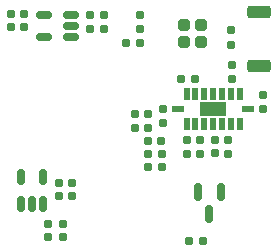
<source format=gbp>
G04 #@! TF.GenerationSoftware,KiCad,Pcbnew,9.0.2*
G04 #@! TF.CreationDate,2025-12-01T11:38:31+01:00*
G04 #@! TF.ProjectId,PCB,5043422e-6b69-4636-9164-5f7063625858,rev?*
G04 #@! TF.SameCoordinates,Original*
G04 #@! TF.FileFunction,Paste,Bot*
G04 #@! TF.FilePolarity,Positive*
%FSLAX46Y46*%
G04 Gerber Fmt 4.6, Leading zero omitted, Abs format (unit mm)*
G04 Created by KiCad (PCBNEW 9.0.2) date 2025-12-01 11:38:31*
%MOMM*%
%LPD*%
G01*
G04 APERTURE LIST*
G04 Aperture macros list*
%AMRoundRect*
0 Rectangle with rounded corners*
0 $1 Rounding radius*
0 $2 $3 $4 $5 $6 $7 $8 $9 X,Y pos of 4 corners*
0 Add a 4 corners polygon primitive as box body*
4,1,4,$2,$3,$4,$5,$6,$7,$8,$9,$2,$3,0*
0 Add four circle primitives for the rounded corners*
1,1,$1+$1,$2,$3*
1,1,$1+$1,$4,$5*
1,1,$1+$1,$6,$7*
1,1,$1+$1,$8,$9*
0 Add four rect primitives between the rounded corners*
20,1,$1+$1,$2,$3,$4,$5,0*
20,1,$1+$1,$4,$5,$6,$7,0*
20,1,$1+$1,$6,$7,$8,$9,0*
20,1,$1+$1,$8,$9,$2,$3,0*%
G04 Aperture macros list end*
%ADD10RoundRect,0.250000X-0.250000X-0.250000X0.250000X-0.250000X0.250000X0.250000X-0.250000X0.250000X0*%
%ADD11RoundRect,0.160000X-0.160000X0.197500X-0.160000X-0.197500X0.160000X-0.197500X0.160000X0.197500X0*%
%ADD12RoundRect,0.155000X-0.155000X0.212500X-0.155000X-0.212500X0.155000X-0.212500X0.155000X0.212500X0*%
%ADD13RoundRect,0.155000X0.212500X0.155000X-0.212500X0.155000X-0.212500X-0.155000X0.212500X-0.155000X0*%
%ADD14R,0.500000X1.000000*%
%ADD15R,1.100000X0.500000*%
%ADD16R,2.320000X1.200000*%
%ADD17RoundRect,0.160000X0.160000X-0.197500X0.160000X0.197500X-0.160000X0.197500X-0.160000X-0.197500X0*%
%ADD18RoundRect,0.160000X-0.197500X-0.160000X0.197500X-0.160000X0.197500X0.160000X-0.197500X0.160000X0*%
%ADD19RoundRect,0.150000X-0.150000X0.587500X-0.150000X-0.587500X0.150000X-0.587500X0.150000X0.587500X0*%
%ADD20RoundRect,0.150000X0.512500X0.150000X-0.512500X0.150000X-0.512500X-0.150000X0.512500X-0.150000X0*%
%ADD21RoundRect,0.155000X-0.212500X-0.155000X0.212500X-0.155000X0.212500X0.155000X-0.212500X0.155000X0*%
%ADD22RoundRect,0.150000X0.150000X-0.512500X0.150000X0.512500X-0.150000X0.512500X-0.150000X-0.512500X0*%
%ADD23RoundRect,0.160000X0.197500X0.160000X-0.197500X0.160000X-0.197500X-0.160000X0.197500X-0.160000X0*%
%ADD24RoundRect,0.275000X-0.725000X0.275000X-0.725000X-0.275000X0.725000X-0.275000X0.725000X0.275000X0*%
G04 APERTURE END LIST*
D10*
X104000000Y-92900001D03*
X104000000Y-94300001D03*
X105400000Y-92900001D03*
X105400000Y-94300001D03*
D11*
X100250000Y-92052500D03*
X100250000Y-93247500D03*
D12*
X93700000Y-109732500D03*
X93700000Y-110867500D03*
X97200000Y-92082500D03*
X97200000Y-93217500D03*
D13*
X90467500Y-92000000D03*
X89332500Y-92000000D03*
D12*
X92500000Y-109732500D03*
X92500000Y-110867500D03*
X110650000Y-98832500D03*
X110650000Y-99967500D03*
D14*
X104200000Y-101300000D03*
X104950000Y-101300000D03*
X105700000Y-101300000D03*
X106450000Y-101300000D03*
X107200000Y-101300000D03*
X107950000Y-101300000D03*
X108700000Y-101300000D03*
D15*
X103500000Y-100000000D03*
D16*
X106450000Y-100000000D03*
D15*
X109400000Y-100000000D03*
D14*
X104200000Y-98700000D03*
X104950000Y-98700000D03*
X105700000Y-98700000D03*
X106450000Y-98700000D03*
X107200000Y-98700000D03*
X107950000Y-98700000D03*
X108700000Y-98700000D03*
D17*
X108000000Y-94547500D03*
X108000000Y-93352500D03*
D18*
X100902500Y-103800000D03*
X102097500Y-103800000D03*
D13*
X102067500Y-102700000D03*
X100932500Y-102700000D03*
D11*
X107700000Y-102605000D03*
X107700000Y-103800000D03*
D19*
X105175000Y-107037500D03*
X107075000Y-107037500D03*
X106125000Y-108912500D03*
D17*
X104200000Y-103817500D03*
X104200000Y-102622500D03*
X99800000Y-101597500D03*
X99800000Y-100402500D03*
D12*
X102200000Y-100032500D03*
X102200000Y-101167500D03*
D18*
X103702500Y-97500000D03*
X104897500Y-97500000D03*
D20*
X94437500Y-92050000D03*
X94437500Y-93000000D03*
X94437500Y-93950000D03*
X92162500Y-93950000D03*
X92162500Y-92050000D03*
D11*
X100900000Y-100402500D03*
X100900000Y-101597500D03*
D21*
X99082500Y-94450000D03*
X100217500Y-94450000D03*
D12*
X93400000Y-106232500D03*
X93400000Y-107367500D03*
D13*
X90467500Y-93100000D03*
X89332500Y-93100000D03*
D11*
X105300000Y-102602500D03*
X105300000Y-103797500D03*
D22*
X92050000Y-108037500D03*
X91100000Y-108037500D03*
X90150000Y-108037500D03*
X90150000Y-105762500D03*
X92050000Y-105762500D03*
D12*
X96000000Y-92082500D03*
X96000000Y-93217500D03*
X106600000Y-102632500D03*
X106600000Y-103767500D03*
D18*
X100902500Y-104900000D03*
X102097500Y-104900000D03*
D23*
X105597500Y-111200000D03*
X104402500Y-111200000D03*
D12*
X94500000Y-106232500D03*
X94500000Y-107367500D03*
D24*
X110375000Y-91800000D03*
X110375000Y-96400000D03*
D11*
X108050000Y-96252500D03*
X108050000Y-97447500D03*
M02*

</source>
